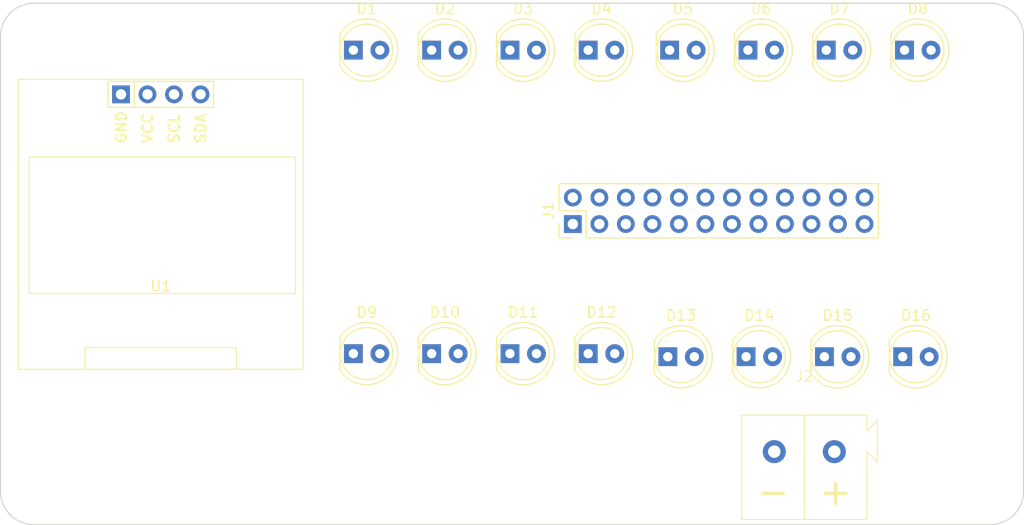
<source format=kicad_pcb>
(kicad_pcb (version 20221018) (generator pcbnew)
  (layers (0 "F.Cu" signal) (31 "B.Cu" signal) (34 "B.Paste" user) (35 "F.Paste" user) (36 "B.SilkS" user "B.Silkscreen") (37 "F.SilkS" user "F.Silkscreen") (38 "B.Mask" user) (39 "F.Mask" user) (44 "Edge.Cuts" user))
  (net 0 "")
  (net 1 "/LED_I1")
  (net 2 "+3V3")
  (net 3 "/LED_I2")
  (net 4 "/LED_I3")
  (net 5 "/LED_I4")
  (net 6 "/LED_I5")
  (net 7 "/LED_I6")
  (net 8 "/LED_I7")
  (net 9 "/LED_I8")
  (net 10 "GND")
  (net 11 "/LED_Q8")
  (net 12 "/LED_Q7")
  (net 13 "/LED_Q6")
  (net 14 "/LED_Q5")
  (net 15 "/LED_Q4")
  (net 16 "/LED_Q3")
  (net 17 "/LED_Q2")
  (net 18 "/LED_Q1")
  (net 19 "/I²C SCL")
  (net 21 "/I²C SDA")
  (net 23 "/KNX -")
  (net 24 "/KNX +")
  (footprint "MeineBib:KNX_Header" (layer "F.Cu") (at 194.9 109.8)
    (fp_text reference "J2" (at 0 -7.2 unlocked) (layer "F.SilkS") (effects (font (thickness 0.1))))
    (fp_text value "KNX")
    (fp_line (start -6 -3.5) (end -6 6.5) (stroke (width 0.1)) (layer "F.SilkS"))
    (fp_line (start -6 6.5) (end 6 6.5) (stroke (width 0.1)) (layer "F.SilkS"))
    (fp_line (start -2 4) (end -4 4) (stroke (width 0.3)) (layer "F.SilkS"))
    (fp_line (start 0 -3.5) (end -6 -3.5) (stroke (width 0.1)) (layer "F.SilkS"))
    (fp_line (start 0 -3.5) (end 6 -3.5) (stroke (width 0.1)) (layer "F.SilkS"))
    (fp_line (start 0 6.5) (end 0 -3.5) (stroke (width 0.1)) (layer "F.SilkS"))
    (fp_line (start 2 4) (end 4 4) (stroke (width 0.3)) (layer "F.SilkS"))
    (fp_line (start 3 5) (end 3 3) (stroke (width 0.3)) (layer "F.SilkS"))
    (fp_line (start 6 -3.5) (end 6 -2) (stroke (width 0.1)) (layer "F.SilkS"))
    (fp_line (start 6 -2) (end 7 -3) (stroke (width 0.1)) (layer "F.SilkS"))
    (fp_line (start 6 0) (end 6 6.5) (stroke (width 0.1)) (layer "F.SilkS"))
    (fp_line (start 7 -3) (end 7 1) (stroke (width 0.1)) (layer "F.SilkS"))
    (fp_line (start 7 1) (end 6 0) (stroke (width 0.1)) (layer "F.SilkS"))
    (pad "1" thru_hole circle (at 2.875 0) (size 2.2 2.2) (drill 1.2) (layers "*.Cu" "*.Mask") (net 24 "/KNX +"))
    (pad "2" thru_hole circle (at -2.875 0) (size 2.2 2.2) (drill 1.2) (layers "*.Cu" "*.Mask") (net 23 "/KNX -"))
  )
  (footprint "LED_THT:LED_D5.0mm" (layer "F.Cu") (at 174.2 71.3)
    (fp_text reference "D4" (at 1.27 -3.96) (layer "F.SilkS"))
    (fp_text value "LED ")
    (fp_line (start -1.29 -1.545) (end -1.29 1.545) (stroke (width 0.12)) (layer "F.SilkS"))
    (fp_arc (start -1.29 -1.54483) (mid 2.072002 -2.880433) (end 4.26 0.000462) (stroke (width 0.12)) (layer "F.SilkS"))
    (fp_arc (start 4.26 -0.000462) (mid 2.072002 2.880433) (end -1.29 1.54483) (stroke (width 0.12)) (layer "F.SilkS"))
    (fp_circle (center 1.27 0) (end 3.77 0) (stroke (width 0.12)) (fill none) (layer "F.SilkS"))
    (pad "1" thru_hole rect (at 0 0) (size 1.8 1.8) (drill 0.9) (layers "*.Cu" "*.Mask") (net 5 "/LED_I4"))
    (pad "2" thru_hole circle (at 2.54 0) (size 1.8 1.8) (drill 0.9) (layers "*.Cu" "*.Mask") (net 2 "+3V3"))
  )
  (footprint "LED_THT:LED_D5.0mm" (layer "F.Cu") (at 181.825 100.7)
    (fp_text reference "D13" (at 1.27 -3.96) (layer "F.SilkS"))
    (fp_text value "LED ")
    (fp_line (start -1.29 -1.545) (end -1.29 1.545) (stroke (width 0.12)) (layer "F.SilkS"))
    (fp_arc (start -1.29 -1.54483) (mid 2.072002 -2.880433) (end 4.26 0.000462) (stroke (width 0.12)) (layer "F.SilkS"))
    (fp_arc (start 4.26 -0.000462) (mid 2.072002 2.880433) (end -1.29 1.54483) (stroke (width 0.12)) (layer "F.SilkS"))
    (fp_circle (center 1.27 0) (end 3.77 0) (stroke (width 0.12)) (fill none) (layer "F.SilkS"))
    (pad "1" thru_hole rect (at 0 0) (size 1.8 1.8) (drill 0.9) (layers "*.Cu" "*.Mask") (net 10 "GND"))
    (pad "2" thru_hole circle (at 2.54 0) (size 1.8 1.8) (drill 0.9) (layers "*.Cu" "*.Mask") (net 15 "/LED_Q4"))
  )
  (footprint "LED_THT:LED_D5.0mm" (layer "F.Cu") (at 174.2 100.4)
    (fp_text reference "D12" (at 1.27 -3.96) (layer "F.SilkS"))
    (fp_text value "LED ")
    (fp_line (start -1.29 -1.545) (end -1.29 1.545) (stroke (width 0.12)) (layer "F.SilkS"))
    (fp_arc (start -1.29 -1.54483) (mid 2.072002 -2.880433) (end 4.26 0.000462) (stroke (width 0.12)) (layer "F.SilkS"))
    (fp_arc (start 4.26 -0.000462) (mid 2.072002 2.880433) (end -1.29 1.54483) (stroke (width 0.12)) (layer "F.SilkS"))
    (fp_circle (center 1.27 0) (end 3.77 0) (stroke (width 0.12)) (fill none) (layer "F.SilkS"))
    (pad "1" thru_hole rect (at 0 0) (size 1.8 1.8) (drill 0.9) (layers "*.Cu" "*.Mask") (net 10 "GND"))
    (pad "2" thru_hole circle (at 2.54 0) (size 1.8 1.8) (drill 0.9) (layers "*.Cu" "*.Mask") (net 14 "/LED_Q5"))
  )
  (footprint "LED_THT:LED_D5.0mm" (layer "F.Cu") (at 196.825 100.7)
    (fp_text reference "D15" (at 1.27 -3.96) (layer "F.SilkS"))
    (fp_text value "LED ")
    (fp_line (start -1.29 -1.545) (end -1.29 1.545) (stroke (width 0.12)) (layer "F.SilkS"))
    (fp_arc (start -1.29 -1.54483) (mid 2.072002 -2.880433) (end 4.26 0.000462) (stroke (width 0.12)) (layer "F.SilkS"))
    (fp_arc (start 4.26 -0.000462) (mid 2.072002 2.880433) (end -1.29 1.54483) (stroke (width 0.12)) (layer "F.SilkS"))
    (fp_circle (center 1.27 0) (end 3.77 0) (stroke (width 0.12)) (fill none) (layer "F.SilkS"))
    (pad "1" thru_hole rect (at 0 0) (size 1.8 1.8) (drill 0.9) (layers "*.Cu" "*.Mask") (net 10 "GND"))
    (pad "2" thru_hole circle (at 2.54 0) (size 1.8 1.8) (drill 0.9) (layers "*.Cu" "*.Mask") (net 17 "/LED_Q2"))
  )
  (footprint "LED_THT:LED_D5.0mm" (layer "F.Cu") (at 159.2 71.3)
    (fp_text reference "D2" (at 1.27 -3.96) (layer "F.SilkS"))
    (fp_text value "LED ")
    (fp_line (start -1.29 -1.545) (end -1.29 1.545) (stroke (width 0.12)) (layer "F.SilkS"))
    (fp_arc (start -1.29 -1.54483) (mid 2.072002 -2.880433) (end 4.26 0.000462) (stroke (width 0.12)) (layer "F.SilkS"))
    (fp_arc (start 4.26 -0.000462) (mid 2.072002 2.880433) (end -1.29 1.54483) (stroke (width 0.12)) (layer "F.SilkS"))
    (fp_circle (center 1.27 0) (end 3.77 0) (stroke (width 0.12)) (fill none) (layer "F.SilkS"))
    (pad "1" thru_hole rect (at 0 0) (size 1.8 1.8) (drill 0.9) (layers "*.Cu" "*.Mask") (net 3 "/LED_I2"))
    (pad "2" thru_hole circle (at 2.54 0) (size 1.8 1.8) (drill 0.9) (layers "*.Cu" "*.Mask") (net 2 "+3V3"))
  )
  (footprint "LED_THT:LED_D5.0mm" (layer "F.Cu") (at 204.5 71.3)
    (fp_text reference "D8" (at 1.27 -3.96) (layer "F.SilkS"))
    (fp_text value "LED ")
    (fp_line (start -1.29 -1.545) (end -1.29 1.545) (stroke (width 0.12)) (layer "F.SilkS"))
    (fp_arc (start -1.29 -1.54483) (mid 2.072002 -2.880433) (end 4.26 0.000462) (stroke (width 0.12)) (layer "F.SilkS"))
    (fp_arc (start 4.26 -0.000462) (mid 2.072002 2.880433) (end -1.29 1.54483) (stroke (width 0.12)) (layer "F.SilkS"))
    (fp_circle (center 1.27 0) (end 3.77 0) (stroke (width 0.12)) (fill none) (layer "F.SilkS"))
    (pad "1" thru_hole rect (at 0 0) (size 1.8 1.8) (drill 0.9) (layers "*.Cu" "*.Mask") (net 9 "/LED_I8"))
    (pad "2" thru_hole circle (at 2.54 0) (size 1.8 1.8) (drill 0.9) (layers "*.Cu" "*.Mask") (net 2 "+3V3"))
  )
  (footprint "LED_THT:LED_D5.0mm" (layer "F.Cu") (at 197 71.3)
    (fp_text reference "D7" (at 1.27 -3.96) (layer "F.SilkS"))
    (fp_text value "LED ")
    (fp_line (start -1.29 -1.545) (end -1.29 1.545) (stroke (width 0.12)) (layer "F.SilkS"))
    (fp_arc (start -1.29 -1.54483) (mid 2.072002 -2.880433) (end 4.26 0.000462) (stroke (width 0.12)) (layer "F.SilkS"))
    (fp_arc (start 4.26 -0.000462) (mid 2.072002 2.880433) (end -1.29 1.54483) (stroke (width 0.12)) (layer "F.SilkS"))
    (fp_circle (center 1.27 0) (end 3.77 0) (stroke (width 0.12)) (fill none) (layer "F.SilkS"))
    (pad "1" thru_hole rect (at 0 0) (size 1.8 1.8) (drill 0.9) (layers "*.Cu" "*.Mask") (net 8 "/LED_I7"))
    (pad "2" thru_hole circle (at 2.54 0) (size 1.8 1.8) (drill 0.9) (layers "*.Cu" "*.Mask") (net 2 "+3V3"))
  )
  (footprint "LED_THT:LED_D5.0mm" (layer "F.Cu") (at 189.5 71.3)
    (fp_text reference "D6" (at 1.27 -3.96) (layer "F.SilkS"))
    (fp_text value "LED ")
    (fp_line (start -1.29 -1.545) (end -1.29 1.545) (stroke (width 0.12)) (layer "F.SilkS"))
    (fp_arc (start -1.29 -1.54483) (mid 2.072002 -2.880433) (end 4.26 0.000462) (stroke (width 0.12)) (layer "F.SilkS"))
    (fp_arc (start 4.26 -0.000462) (mid 2.072002 2.880433) (end -1.29 1.54483) (stroke (width 0.12)) (layer "F.SilkS"))
    (fp_circle (center 1.27 0) (end 3.77 0) (stroke (width 0.12)) (fill none) (layer "F.SilkS"))
    (pad "1" thru_hole rect (at 0 0) (size 1.8 1.8) (drill 0.9) (layers "*.Cu" "*.Mask") (net 7 "/LED_I6"))
    (pad "2" thru_hole circle (at 2.54 0) (size 1.8 1.8) (drill 0.9) (layers "*.Cu" "*.Mask") (net 2 "+3V3"))
  )
  (footprint "LED_THT:LED_D5.0mm" (layer "F.Cu") (at 189.325 100.7)
    (fp_text reference "D14" (at 1.27 -3.96) (layer "F.SilkS"))
    (fp_text value "LED ")
    (fp_line (start -1.29 -1.545) (end -1.29 1.545) (stroke (width 0.12)) (layer "F.SilkS"))
    (fp_arc (start -1.29 -1.54483) (mid 2.072002 -2.880433) (end 4.26 0.000462) (stroke (width 0.12)) (layer "F.SilkS"))
    (fp_arc (start 4.26 -0.000462) (mid 2.072002 2.880433) (end -1.29 1.54483) (stroke (width 0.12)) (layer "F.SilkS"))
    (fp_circle (center 1.27 0) (end 3.77 0) (stroke (width 0.12)) (fill none) (layer "F.SilkS"))
    (pad "1" thru_hole rect (at 0 0) (size 1.8 1.8) (drill 0.9) (layers "*.Cu" "*.Mask") (net 10 "GND"))
    (pad "2" thru_hole circle (at 2.54 0) (size 1.8 1.8) (drill 0.9) (layers "*.Cu" "*.Mask") (net 16 "/LED_Q3"))
  )
  (footprint "LED_THT:LED_D5.0mm" (layer "F.Cu") (at 159.2 100.4)
    (fp_text reference "D10" (at 1.27 -3.96) (layer "F.SilkS"))
    (fp_text value "LED ")
    (fp_line (start -1.29 -1.545) (end -1.29 1.545) (stroke (width 0.12)) (layer "F.SilkS"))
    (fp_arc (start -1.29 -1.54483) (mid 2.072002 -2.880433) (end 4.26 0.000462) (stroke (width 0.12)) (layer "F.SilkS"))
    (fp_arc (start 4.26 -0.000462) (mid 2.072002 2.880433) (end -1.29 1.54483) (stroke (width 0.12)) (layer "F.SilkS"))
    (fp_circle (center 1.27 0) (end 3.77 0) (stroke (width 0.12)) (fill none) (layer "F.SilkS"))
    (pad "1" thru_hole rect (at 0 0) (size 1.8 1.8) (drill 0.9) (layers "*.Cu" "*.Mask") (net 10 "GND"))
    (pad "2" thru_hole circle (at 2.54 0) (size 1.8 1.8) (drill 0.9) (layers "*.Cu" "*.Mask") (net 12 "/LED_Q7"))
  )
  (footprint "MeineBib:HS96L03" (layer "F.Cu") (at 133.25 75.54)
    (fp_text reference "U1" (at 0 18.4) (layer "F.SilkS"))
    (fp_text value "~")
    (fp_text user "VCC" (at -0.66 4.8 90 unlocked) (layer "F.SilkS") (effects (font (thickness 0.2) bold) (justify left bottom)))
    (fp_text user "GND" (at -3.2 4.8 90 unlocked) (layer "F.SilkS") (effects (font (thickness 0.2) bold) (justify left bottom)))
    (fp_text user "SCL" (at 1.88 4.8 90 unlocked) (layer "F.SilkS") (effects (font (thickness 0.2) bold) (justify left bottom)))
    (fp_text user "SDA" (at 4.42 4.8 90 unlocked) (layer "F.SilkS") (effects (font (thickness 0.2) bold) (justify left bottom)))
    (fp_line (start -7.25 24.3) (end -7.25 26.35) (stroke (width 0.1)) (layer "F.SilkS"))
    (fp_line (start -5.06 -1.25) (end 5.06 -1.25) (stroke (width 0.12)) (layer "F.SilkS"))
    (fp_line (start -5.06 1.25) (end -5.06 -1.25) (stroke (width 0.12)) (layer "F.SilkS"))
    (fp_line (start -2.54 -1.25) (end -2.54 1.25) (stroke (width 0.12)) (layer "F.SilkS"))
    (fp_line (start 0 24.3) (end -7.25 24.3) (stroke (width 0.1)) (layer "F.SilkS"))
    (fp_line (start 0 24.3) (end 7.25 24.3) (stroke (width 0.1)) (layer "F.SilkS"))
    (fp_line (start 5.06 -1.25) (end 5.06 1.25) (stroke (width 0.12)) (layer "F.SilkS"))
    (fp_line (start 5.06 1.25) (end -5.06 1.25) (stroke (width 0.12)) (layer "F.SilkS"))
    (fp_line (start 7.25 24.3) (end 7.25 26.35) (stroke (width 0.1)) (layer "F.SilkS"))
    (fp_rect (start -13.65 -1.44) (end 13.65 26.36) (stroke (width 0.1)) (fill none) (layer "F.SilkS"))
    (fp_rect (start -12.6 6) (end 12.9 19.1) (stroke (width 0.1)) (fill none) (layer "F.SilkS"))
    (pad "" np_thru_hole circle (at -11.65 0.56) (size 0.8 0.8) (drill 2.2) (layers "F&B.Cu" "*.Mask") (clearance 1.8))
    (pad "" np_thru_hole circle (at -11.65 24.36) (size 0.8 0.8) (drill 2.2) (layers "F&B.Cu" "*.Mask") (clearance 1.8))
    (pad "" np_thru_hole circle (at 11.65 0.56) (size 0.8 0.8) (drill 2.2) (layers "F&B.Cu" "*.Mask") (clearance 1.8))
    (pad "" np_thru_hole circle (at 11.65 24.36) (size 0.8 0.8) (drill 2.2) (layers "F&B.Cu" "*.Mask") (clearance 1.8))
    (pad "1" thru_hole rect (at -3.81 0) (size 1.7 1.7) (drill 1) (layers "*.Cu" "*.Mask") (net 10 "GND"))
    (pad "2" thru_hole circle (at -1.27 0) (size 1.7 1.7) (drill 1) (layers "*.Cu" "*.Mask") (net 2 "+3V3"))
    (pad "3" thru_hole circle (at 1.27 0) (size 1.7 1.7) (drill 1) (layers "*.Cu" "*.Mask") (net 19 "/I²C SCL"))
    (pad "4" thru_hole circle (at 3.81 0) (size 1.7 1.7) (drill 1) (layers "*.Cu" "*.Mask") (net 21 "/I²C SDA"))
  )
  (footprint "LED_THT:LED_D5.0mm" (layer "F.Cu") (at 151.7 100.4)
    (fp_text reference "D9" (at 1.27 -3.96) (layer "F.SilkS"))
    (fp_text value "LED ")
    (fp_line (start -1.29 -1.545) (end -1.29 1.545) (stroke (width 0.12)) (layer "F.SilkS"))
    (fp_arc (start -1.29 -1.54483) (mid 2.072002 -2.880433) (end 4.26 0.000462) (stroke (width 0.12)) (layer "F.SilkS"))
    (fp_arc (start 4.26 -0.000462) (mid 2.072002 2.880433) (end -1.29 1.54483) (stroke (width 0.12)) (layer "F.SilkS"))
    (fp_circle (center 1.27 0) (end 3.77 0) (stroke (width 0.12)) (fill none) (layer "F.SilkS"))
    (pad "1" thru_hole rect (at 0 0) (size 1.8 1.8) (drill 0.9) (layers "*.Cu" "*.Mask") (net 10 "GND"))
    (pad "2" thru_hole circle (at 2.54 0) (size 1.8 1.8) (drill 0.9) (layers "*.Cu" "*.Mask") (net 11 "/LED_Q8"))
  )
  (footprint "LED_THT:LED_D5.0mm" (layer "F.Cu") (at 166.7 71.3)
    (fp_text reference "D3" (at 1.27 -3.96) (layer "F.SilkS"))
    (fp_text value "LED ")
    (fp_line (start -1.29 -1.545) (end -1.29 1.545) (stroke (width 0.12)) (layer "F.SilkS"))
    (fp_arc (start -1.29 -1.54483) (mid 2.072002 -2.880433) (end 4.26 0.000462) (stroke (width 0.12)) (layer "F.SilkS"))
    (fp_arc (start 4.26 -0.000462) (mid 2.072002 2.880433) (end -1.29 1.54483) (stroke (width 0.12)) (layer "F.SilkS"))
    (fp_circle (center 1.27 0) (end 3.77 0) (stroke (width 0.12)) (fill none) (layer "F.SilkS"))
    (pad "1" thru_hole rect (at 0 0) (size 1.8 1.8) (drill 0.9) (layers "*.Cu" "*.Mask") (net 4 "/LED_I3"))
    (pad "2" thru_hole circle (at 2.54 0) (size 1.8 1.8) (drill 0.9) (layers "*.Cu" "*.Mask") (net 2 "+3V3"))
  )
  (footprint "LED_THT:LED_D5.0mm" (layer "F.Cu") (at 166.7 100.4)
    (fp_text reference "D11" (at 1.27 -3.96) (layer "F.SilkS"))
    (fp_text value "LED ")
    (fp_line (start -1.29 -1.545) (end -1.29 1.545) (stroke (width 0.12)) (layer "F.SilkS"))
    (fp_arc (start -1.29 -1.54483) (mid 2.072002 -2.880433) (end 4.26 0.000462) (stroke (width 0.12)) (layer "F.SilkS"))
    (fp_arc (start 4.26 -0.000462) (mid 2.072002 2.880433) (end -1.29 1.54483) (stroke (width 0.12)) (layer "F.SilkS"))
    (fp_circle (center 1.27 0) (end 3.77 0) (stroke (width 0.12)) (fill none) (layer "F.SilkS"))
    (pad "1" thru_hole rect (at 0 0) (size 1.8 1.8) (drill 0.9) (layers "*.Cu" "*.Mask") (net 10 "GND"))
    (pad "2" thru_hole circle (at 2.54 0) (size 1.8 1.8) (drill 0.9) (layers "*.Cu" "*.Mask") (net 13 "/LED_Q6"))
  )
  (footprint "Connector_PinHeader_2.54mm:PinHeader_2x12_P2.54mm_Vertical" (layer "F.Cu") (at 172.725 87.975 90)
    (fp_text reference "J1" (at 1.27 -2.33 90) (layer "F.SilkS"))
    (fp_text value "Conn_02x12_Odd_Even")
    (fp_line (start -1.33 -1.33) (end 0 -1.33) (stroke (width 0.12)) (layer "F.SilkS"))
    (fp_line (start -1.33 0) (end -1.33 -1.33) (stroke (width 0.12)) (layer "F.SilkS"))
    (fp_line (start -1.33 1.27) (end -1.33 29.27) (stroke (width 0.12)) (layer "F.SilkS"))
    (fp_line (start -1.33 1.27) (end 1.27 1.27) (stroke (width 0.12)) (layer "F.SilkS"))
    (fp_line (start -1.33 29.27) (end 3.87 29.27) (stroke (width 0.12)) (layer "F.SilkS"))
    (fp_line (start 1.27 -1.33) (end 3.87 -1.33) (stroke (width 0.12)) (layer "F.SilkS"))
    (fp_line (start 1.27 1.27) (end 1.27 -1.33) (stroke (width 0.12)) (layer "F.SilkS"))
    (fp_line (start 3.87 -1.33) (end 3.87 29.27) (stroke (width 0.12)) (layer "F.SilkS"))
    (pad "1" thru_hole rect (at 0 0 90) (size 1.7 1.7) (drill 1) (layers "*.Cu" "*.Mask") (net 19 "/I²C SCL"))
    (pad "2" thru_hole oval (at 2.54 0 90) (size 1.7 1.7) (drill 1) (layers "*.Cu" "*.Mask"))
    (pad "3" thru_hole oval (at 0 2.54 90) (size 1.7 1.7) (drill 1) (layers "*.Cu" "*.Mask") (net 21 "/I²C SDA"))
    (pad "4" thru_hole oval (at 2.54 2.54 90) (size 1.7 1.7) (drill 1) (layers "*.Cu" "*.Mask"))
    (pad "5" thru_hole oval (at 0 5.08 90) (size 1.7 1.7) (drill 1) (layers "*.Cu" "*.Mask") (net 23 "/KNX -"))
    (pad "6" thru_hole oval (at 2.54 5.08 90) (size 1.7 1.7) (drill 1) (layers "*.Cu" "*.Mask") (net 10 "GND"))
    (pad "7" thru_hole oval (at 0 7.62 90) (size 1.7 1.7) (drill 1) (layers "*.Cu" "*.Mask") (net 24 "/KNX +"))
    (pad "8" thru_hole oval (at 2.54 7.62 90) (size 1.7 1.7) (drill 1) (layers "*.Cu" "*.Mask") (net 2 "+3V3"))
    (pad "9" thru_hole oval (at 0 10.16 90) (size 1.7 1.7) (drill 1) (layers "*.Cu" "*.Mask") (net 11 "/LED_Q8"))
    (pad "10" thru_hole oval (at 2.54 10.16 90) (size 1.7 1.7) (drill 1) (layers "*.Cu" "*.Mask") (net 1 "/LED_I1"))
    (pad "11" thru_hole oval (at 0 12.7 90) (size 1.7 1.7) (drill 1) (layers "*.Cu" "*.Mask") (net 12 "/LED_Q7"))
    (pad "12" thru_hole oval (at 2.54 12.7 90) (size 1.7 1.7) (drill 1) (layers "*.Cu" "*.Mask") (net 3 "/LED_I2"))
    (pad "13" thru_hole oval (at 0 15.24 90) (size 1.7 1.7) (drill 1) (layers "*.Cu" "*.Mask") (net 13 "/LED_Q6"))
    (pad "14" thru_hole oval (at 2.54 15.24 90) (size 1.7 1.7) (drill 1) (layers "*.Cu" "*.Mask") (net 4 "/LED_I3"))
    (pad "15" thru_hole oval (at 0 17.78 90) (size 1.7 1.7) (drill 1) (layers "*.Cu" "*.Mask") (net 14 "/LED_Q5"))
    (pad "16" thru_hole oval (at 2.54 17.78 90) (size 1.7 1.7) (drill 1) (layers "*.Cu" "*.Mask") (net 5 "/LED_I4"))
    (pad "17" thru_hole oval (at 0 20.32 90) (size 1.7 1.7) (drill 1) (layers "*.Cu" "*.Mask") (net 15 "/LED_Q4"))
    (pad "18" thru_hole oval (at 2.54 20.32 90) (size 1.7 1.7) (drill 1) (layers "*.Cu" "*.Mask") (net 6 "/LED_I5"))
    (pad "19" thru_hole oval (at 0 22.86 90) (size 1.7 1.7) (drill 1) (layers "*.Cu" "*.Mask") (net 16 "/LED_Q3"))
    (pad "20" thru_hole oval (at 2.54 22.86 90) (size 1.7 1.7) (drill 1) (layers "*.Cu" "*.Mask") (net 7 "/LED_I6"))
    (pad "21" thru_hole oval (at 0 25.4 90) (size 1.7 1.7) (drill 1) (layers "*.Cu" "*.Mask") (net 17 "/LED_Q2"))
    (pad "22" thru_hole oval (at 2.54 25.4 90) (size 1.7 1.7) (drill 1) (layers "*.Cu" "*.Mask") (net 8 "/LED_I7"))
    (pad "23" thru_hole oval (at 0 27.94 90) (size 1.7 1.7) (drill 1) (layers "*.Cu" "*.Mask") (net 18 "/LED_Q1"))
    (pad "24" thru_hole oval (at 2.54 27.94 90) (size 1.7 1.7) (drill 1) (layers "*.Cu" "*.Mask") (net 9 "/LED_I8"))
  )
  (footprint "LED_THT:LED_D5.0mm" (layer "F.Cu") (at 151.7 71.3)
    (fp_text reference "D1" (at 1.27 -3.96) (layer "F.SilkS"))
    (fp_text value "LED ")
    (fp_line (start -1.29 -1.545) (end -1.29 1.545) (stroke (width 0.12)) (layer "F.SilkS"))
    (fp_arc (start -1.29 -1.54483) (mid 2.072002 -2.880433) (end 4.26 0.000462) (stroke (width 0.12)) (layer "F.SilkS"))
    (fp_arc (start 4.26 -0.000462) (mid 2.072002 2.880433) (end -1.29 1.54483) (stroke (width 0.12)) (layer "F.SilkS"))
    (fp_circle (center 1.27 0) (end 3.77 0) (stroke (width 0.12)) (fill none) (layer "F.SilkS"))
    (pad "1" thru_hole rect (at 0 0) (size 1.8 1.8) (drill 0.9) (layers "*.Cu" "*.Mask") (net 1 "/LED_I1"))
    (pad "2" thru_hole circle (at 2.54 0) (size 1.8 1.8) (drill 0.9) (layers "*.Cu" "*.Mask") (net 2 "+3V3"))
  )
  (footprint "LED_THT:LED_D5.0mm" (layer "F.Cu") (at 204.325 100.7)
    (fp_text reference "D16" (at 1.27 -3.96) (layer "F.SilkS"))
    (fp_text value "LED ")
    (fp_line (start -1.29 -1.545) (end -1.29 1.545) (stroke (width 0.12)) (layer "F.SilkS"))
    (fp_arc (start -1.29 -1.54483) (mid 2.072002 -2.880433) (end 4.26 0.000462) (stroke (width 0.12)) (layer "F.SilkS"))
    (fp_arc (start 4.26 -0.000462) (mid 2.072002 2.880433) (end -1.29 1.54483) (stroke (width 0.12)) (layer "F.SilkS"))
    (fp_circle (center 1.27 0) (end 3.77 0) (stroke (width 0.12)) (fill none) (layer "F.SilkS"))
    (pad "1" thru_hole rect (at 0 0) (size 1.8 1.8) (drill 0.9) (layers "*.Cu" "*.Mask") (net 10 "GND"))
    (pad "2" thru_hole circle (at 2.54 0) (size 1.8 1.8) (drill 0.9) (layers "*.Cu" "*.Mask") (net 18 "/LED_Q1"))
  )
  (footprint "LED_THT:LED_D5.0mm" (layer "F.Cu") (at 182 71.3)
    (fp_text reference "D5" (at 1.27 -3.96) (layer "F.SilkS"))
    (fp_text value "LED ")
    (fp_line (start -1.29 -1.545) (end -1.29 1.545) (stroke (width 0.12)) (layer "F.SilkS"))
    (fp_arc (start -1.29 -1.54483) (mid 2.072002 -2.880433) (end 4.26 0.000462) (stroke (width 0.12)) (layer "F.SilkS"))
    (fp_arc (start 4.26 -0.000462) (mid 2.072002 2.880433) (end -1.29 1.54483) (stroke (width 0.12)) (layer "F.SilkS"))
    (fp_circle (center 1.27 0) (end 3.77 0) (stroke (width 0.12)) (fill none) (layer "F.SilkS"))
    (pad "1" thru_hole rect (at 0 0) (size 1.8 1.8) (drill 0.9) (layers "*.Cu" "*.Mask") (net 6 "/LED_I5"))
    (pad "2" thru_hole circle (at 2.54 0) (size 1.8 1.8) (drill 0.9) (layers "*.Cu" "*.Mask") (net 2 "+3V3"))
  )
  (footprint "MeineBib:EigenesMountingHole_3.2mm_M3_Small" (layer "B.Cu") (at 212.7 113.6 180)
    (fp_text reference "MK2" hide)
    (fp_text value "Mounting_Hole" hide)
    (pad "" np_thru_hole circle (at 0 0 180) (size 3.2 3.2) (drill 3.2) (layers "F&B.Cu" "*.Mask") (clearance 1.8))
  )
  (footprint "MeineBib:EigenesMountingHole_3.2mm_M3_Small" (layer "B.Cu") (at 121.1 70 180)
    (fp_text reference "MK2" hide)
    (fp_text value "Mounting_Hole" hide)
    (pad "" np_thru_hole circle (at 0 0 180) (size 3.2 3.2) (drill 3.2) (layers "F&B.Cu" "*.Mask") (clearance 1.8))
  )
  (footprint "MeineBib:EigenesMountingHole_3.2mm_M3_Small" (layer "B.Cu") (at 212.7 70 180)
    (fp_text reference "MK2" hide)
    (fp_text value "Mounting_Hole" hide)
    (pad "" np_thru_hole circle (at 0 0 180) (size 3.2 3.2) (drill 3.2) (layers "F&B.Cu" "*.Mask") (clearance 1.8))
  )
  (footprint "MeineBib:EigenesMountingHole_3.2mm_M3_Small" (layer "B.Cu") (at 121.1 113.6 180)
    (fp_text reference "MK2" hide)
    (fp_text value "Mounting_Hole" hide)
    (pad "" np_thru_hole circle (at 0 0 180) (size 3.2 3.2) (drill 3.2) (layers "F&B.Cu" "*.Mask") (clearance 1.8))
  )
  (gr_arc (start 215.9 113.6) (mid 214.962742 115.862742) (end 212.7 116.8) (stroke (width 0.1)) (layer "Edge.Cuts"))
  (gr_arc (start 121.1 116.8) (mid 118.837258 115.862742) (end 117.9 113.6) (stroke (width 0.1)) (layer "Edge.Cuts"))
  (gr_line (start 215.9 70) (end 215.9 113.6) (stroke (width 0.1)) (layer "Edge.Cuts"))
  (gr_arc (start 117.9 70) (mid 118.837258 67.737258) (end 121.1 66.8) (stroke (width 0.1)) (layer "Edge.Cuts"))
  (gr_line (start 121.1 66.8) (end 212.7 66.8) (stroke (width 0.1)) (layer "Edge.Cuts"))
  (gr_arc (start 212.7 66.8) (mid 214.962742 67.737258) (end 215.9 70) (stroke (width 0.1)) (layer "Edge.Cuts"))
  (gr_line (start 212.7 116.8) (end 121.1 116.8) (stroke (width 0.1)) (layer "Edge.Cuts"))
  (gr_line (start 117.9 113.6) (end 117.9 70) (stroke (width 0.1)) (layer "Edge.Cuts"))
)
</source>
